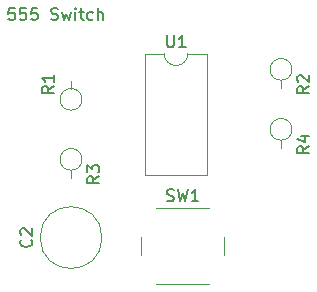
<source format=gto>
%TF.GenerationSoftware,KiCad,Pcbnew,7.0.10*%
%TF.CreationDate,2024-01-13T00:40:46-05:00*%
%TF.ProjectId,555_toggle-switch,3535355f-746f-4676-976c-652d73776974,rev?*%
%TF.SameCoordinates,Original*%
%TF.FileFunction,Legend,Top*%
%TF.FilePolarity,Positive*%
%FSLAX46Y46*%
G04 Gerber Fmt 4.6, Leading zero omitted, Abs format (unit mm)*
G04 Created by KiCad (PCBNEW 7.0.10) date 2024-01-13 00:40:46*
%MOMM*%
%LPD*%
G01*
G04 APERTURE LIST*
%ADD10C,0.150000*%
%ADD11C,0.120000*%
G04 APERTURE END LIST*
D10*
X112064969Y-88785819D02*
X111588779Y-88785819D01*
X111588779Y-88785819D02*
X111541160Y-89262009D01*
X111541160Y-89262009D02*
X111588779Y-89214390D01*
X111588779Y-89214390D02*
X111684017Y-89166771D01*
X111684017Y-89166771D02*
X111922112Y-89166771D01*
X111922112Y-89166771D02*
X112017350Y-89214390D01*
X112017350Y-89214390D02*
X112064969Y-89262009D01*
X112064969Y-89262009D02*
X112112588Y-89357247D01*
X112112588Y-89357247D02*
X112112588Y-89595342D01*
X112112588Y-89595342D02*
X112064969Y-89690580D01*
X112064969Y-89690580D02*
X112017350Y-89738200D01*
X112017350Y-89738200D02*
X111922112Y-89785819D01*
X111922112Y-89785819D02*
X111684017Y-89785819D01*
X111684017Y-89785819D02*
X111588779Y-89738200D01*
X111588779Y-89738200D02*
X111541160Y-89690580D01*
X113017350Y-88785819D02*
X112541160Y-88785819D01*
X112541160Y-88785819D02*
X112493541Y-89262009D01*
X112493541Y-89262009D02*
X112541160Y-89214390D01*
X112541160Y-89214390D02*
X112636398Y-89166771D01*
X112636398Y-89166771D02*
X112874493Y-89166771D01*
X112874493Y-89166771D02*
X112969731Y-89214390D01*
X112969731Y-89214390D02*
X113017350Y-89262009D01*
X113017350Y-89262009D02*
X113064969Y-89357247D01*
X113064969Y-89357247D02*
X113064969Y-89595342D01*
X113064969Y-89595342D02*
X113017350Y-89690580D01*
X113017350Y-89690580D02*
X112969731Y-89738200D01*
X112969731Y-89738200D02*
X112874493Y-89785819D01*
X112874493Y-89785819D02*
X112636398Y-89785819D01*
X112636398Y-89785819D02*
X112541160Y-89738200D01*
X112541160Y-89738200D02*
X112493541Y-89690580D01*
X113969731Y-88785819D02*
X113493541Y-88785819D01*
X113493541Y-88785819D02*
X113445922Y-89262009D01*
X113445922Y-89262009D02*
X113493541Y-89214390D01*
X113493541Y-89214390D02*
X113588779Y-89166771D01*
X113588779Y-89166771D02*
X113826874Y-89166771D01*
X113826874Y-89166771D02*
X113922112Y-89214390D01*
X113922112Y-89214390D02*
X113969731Y-89262009D01*
X113969731Y-89262009D02*
X114017350Y-89357247D01*
X114017350Y-89357247D02*
X114017350Y-89595342D01*
X114017350Y-89595342D02*
X113969731Y-89690580D01*
X113969731Y-89690580D02*
X113922112Y-89738200D01*
X113922112Y-89738200D02*
X113826874Y-89785819D01*
X113826874Y-89785819D02*
X113588779Y-89785819D01*
X113588779Y-89785819D02*
X113493541Y-89738200D01*
X113493541Y-89738200D02*
X113445922Y-89690580D01*
X115160208Y-89738200D02*
X115303065Y-89785819D01*
X115303065Y-89785819D02*
X115541160Y-89785819D01*
X115541160Y-89785819D02*
X115636398Y-89738200D01*
X115636398Y-89738200D02*
X115684017Y-89690580D01*
X115684017Y-89690580D02*
X115731636Y-89595342D01*
X115731636Y-89595342D02*
X115731636Y-89500104D01*
X115731636Y-89500104D02*
X115684017Y-89404866D01*
X115684017Y-89404866D02*
X115636398Y-89357247D01*
X115636398Y-89357247D02*
X115541160Y-89309628D01*
X115541160Y-89309628D02*
X115350684Y-89262009D01*
X115350684Y-89262009D02*
X115255446Y-89214390D01*
X115255446Y-89214390D02*
X115207827Y-89166771D01*
X115207827Y-89166771D02*
X115160208Y-89071533D01*
X115160208Y-89071533D02*
X115160208Y-88976295D01*
X115160208Y-88976295D02*
X115207827Y-88881057D01*
X115207827Y-88881057D02*
X115255446Y-88833438D01*
X115255446Y-88833438D02*
X115350684Y-88785819D01*
X115350684Y-88785819D02*
X115588779Y-88785819D01*
X115588779Y-88785819D02*
X115731636Y-88833438D01*
X116064970Y-89119152D02*
X116255446Y-89785819D01*
X116255446Y-89785819D02*
X116445922Y-89309628D01*
X116445922Y-89309628D02*
X116636398Y-89785819D01*
X116636398Y-89785819D02*
X116826874Y-89119152D01*
X117207827Y-89785819D02*
X117207827Y-89119152D01*
X117207827Y-88785819D02*
X117160208Y-88833438D01*
X117160208Y-88833438D02*
X117207827Y-88881057D01*
X117207827Y-88881057D02*
X117255446Y-88833438D01*
X117255446Y-88833438D02*
X117207827Y-88785819D01*
X117207827Y-88785819D02*
X117207827Y-88881057D01*
X117541160Y-89119152D02*
X117922112Y-89119152D01*
X117684017Y-88785819D02*
X117684017Y-89642961D01*
X117684017Y-89642961D02*
X117731636Y-89738200D01*
X117731636Y-89738200D02*
X117826874Y-89785819D01*
X117826874Y-89785819D02*
X117922112Y-89785819D01*
X118684017Y-89738200D02*
X118588779Y-89785819D01*
X118588779Y-89785819D02*
X118398303Y-89785819D01*
X118398303Y-89785819D02*
X118303065Y-89738200D01*
X118303065Y-89738200D02*
X118255446Y-89690580D01*
X118255446Y-89690580D02*
X118207827Y-89595342D01*
X118207827Y-89595342D02*
X118207827Y-89309628D01*
X118207827Y-89309628D02*
X118255446Y-89214390D01*
X118255446Y-89214390D02*
X118303065Y-89166771D01*
X118303065Y-89166771D02*
X118398303Y-89119152D01*
X118398303Y-89119152D02*
X118588779Y-89119152D01*
X118588779Y-89119152D02*
X118684017Y-89166771D01*
X119112589Y-89785819D02*
X119112589Y-88785819D01*
X119541160Y-89785819D02*
X119541160Y-89262009D01*
X119541160Y-89262009D02*
X119493541Y-89166771D01*
X119493541Y-89166771D02*
X119398303Y-89119152D01*
X119398303Y-89119152D02*
X119255446Y-89119152D01*
X119255446Y-89119152D02*
X119160208Y-89166771D01*
X119160208Y-89166771D02*
X119112589Y-89214390D01*
X124968095Y-91104819D02*
X124968095Y-91914342D01*
X124968095Y-91914342D02*
X125015714Y-92009580D01*
X125015714Y-92009580D02*
X125063333Y-92057200D01*
X125063333Y-92057200D02*
X125158571Y-92104819D01*
X125158571Y-92104819D02*
X125349047Y-92104819D01*
X125349047Y-92104819D02*
X125444285Y-92057200D01*
X125444285Y-92057200D02*
X125491904Y-92009580D01*
X125491904Y-92009580D02*
X125539523Y-91914342D01*
X125539523Y-91914342D02*
X125539523Y-91104819D01*
X126539523Y-92104819D02*
X125968095Y-92104819D01*
X126253809Y-92104819D02*
X126253809Y-91104819D01*
X126253809Y-91104819D02*
X126158571Y-91247676D01*
X126158571Y-91247676D02*
X126063333Y-91342914D01*
X126063333Y-91342914D02*
X125968095Y-91390533D01*
X136994819Y-100496666D02*
X136518628Y-100829999D01*
X136994819Y-101068094D02*
X135994819Y-101068094D01*
X135994819Y-101068094D02*
X135994819Y-100687142D01*
X135994819Y-100687142D02*
X136042438Y-100591904D01*
X136042438Y-100591904D02*
X136090057Y-100544285D01*
X136090057Y-100544285D02*
X136185295Y-100496666D01*
X136185295Y-100496666D02*
X136328152Y-100496666D01*
X136328152Y-100496666D02*
X136423390Y-100544285D01*
X136423390Y-100544285D02*
X136471009Y-100591904D01*
X136471009Y-100591904D02*
X136518628Y-100687142D01*
X136518628Y-100687142D02*
X136518628Y-101068094D01*
X136328152Y-99639523D02*
X136994819Y-99639523D01*
X135947200Y-99877618D02*
X136661485Y-100115713D01*
X136661485Y-100115713D02*
X136661485Y-99496666D01*
X115374819Y-95416666D02*
X114898628Y-95749999D01*
X115374819Y-95988094D02*
X114374819Y-95988094D01*
X114374819Y-95988094D02*
X114374819Y-95607142D01*
X114374819Y-95607142D02*
X114422438Y-95511904D01*
X114422438Y-95511904D02*
X114470057Y-95464285D01*
X114470057Y-95464285D02*
X114565295Y-95416666D01*
X114565295Y-95416666D02*
X114708152Y-95416666D01*
X114708152Y-95416666D02*
X114803390Y-95464285D01*
X114803390Y-95464285D02*
X114851009Y-95511904D01*
X114851009Y-95511904D02*
X114898628Y-95607142D01*
X114898628Y-95607142D02*
X114898628Y-95988094D01*
X115374819Y-94464285D02*
X115374819Y-95035713D01*
X115374819Y-94749999D02*
X114374819Y-94749999D01*
X114374819Y-94749999D02*
X114517676Y-94845237D01*
X114517676Y-94845237D02*
X114612914Y-94940475D01*
X114612914Y-94940475D02*
X114660533Y-95035713D01*
X113449580Y-108386666D02*
X113497200Y-108434285D01*
X113497200Y-108434285D02*
X113544819Y-108577142D01*
X113544819Y-108577142D02*
X113544819Y-108672380D01*
X113544819Y-108672380D02*
X113497200Y-108815237D01*
X113497200Y-108815237D02*
X113401961Y-108910475D01*
X113401961Y-108910475D02*
X113306723Y-108958094D01*
X113306723Y-108958094D02*
X113116247Y-109005713D01*
X113116247Y-109005713D02*
X112973390Y-109005713D01*
X112973390Y-109005713D02*
X112782914Y-108958094D01*
X112782914Y-108958094D02*
X112687676Y-108910475D01*
X112687676Y-108910475D02*
X112592438Y-108815237D01*
X112592438Y-108815237D02*
X112544819Y-108672380D01*
X112544819Y-108672380D02*
X112544819Y-108577142D01*
X112544819Y-108577142D02*
X112592438Y-108434285D01*
X112592438Y-108434285D02*
X112640057Y-108386666D01*
X112640057Y-108005713D02*
X112592438Y-107958094D01*
X112592438Y-107958094D02*
X112544819Y-107862856D01*
X112544819Y-107862856D02*
X112544819Y-107624761D01*
X112544819Y-107624761D02*
X112592438Y-107529523D01*
X112592438Y-107529523D02*
X112640057Y-107481904D01*
X112640057Y-107481904D02*
X112735295Y-107434285D01*
X112735295Y-107434285D02*
X112830533Y-107434285D01*
X112830533Y-107434285D02*
X112973390Y-107481904D01*
X112973390Y-107481904D02*
X113544819Y-108053332D01*
X113544819Y-108053332D02*
X113544819Y-107434285D01*
X136994819Y-95416666D02*
X136518628Y-95749999D01*
X136994819Y-95988094D02*
X135994819Y-95988094D01*
X135994819Y-95988094D02*
X135994819Y-95607142D01*
X135994819Y-95607142D02*
X136042438Y-95511904D01*
X136042438Y-95511904D02*
X136090057Y-95464285D01*
X136090057Y-95464285D02*
X136185295Y-95416666D01*
X136185295Y-95416666D02*
X136328152Y-95416666D01*
X136328152Y-95416666D02*
X136423390Y-95464285D01*
X136423390Y-95464285D02*
X136471009Y-95511904D01*
X136471009Y-95511904D02*
X136518628Y-95607142D01*
X136518628Y-95607142D02*
X136518628Y-95988094D01*
X136090057Y-95035713D02*
X136042438Y-94988094D01*
X136042438Y-94988094D02*
X135994819Y-94892856D01*
X135994819Y-94892856D02*
X135994819Y-94654761D01*
X135994819Y-94654761D02*
X136042438Y-94559523D01*
X136042438Y-94559523D02*
X136090057Y-94511904D01*
X136090057Y-94511904D02*
X136185295Y-94464285D01*
X136185295Y-94464285D02*
X136280533Y-94464285D01*
X136280533Y-94464285D02*
X136423390Y-94511904D01*
X136423390Y-94511904D02*
X136994819Y-95083332D01*
X136994819Y-95083332D02*
X136994819Y-94464285D01*
X119214819Y-103036666D02*
X118738628Y-103369999D01*
X119214819Y-103608094D02*
X118214819Y-103608094D01*
X118214819Y-103608094D02*
X118214819Y-103227142D01*
X118214819Y-103227142D02*
X118262438Y-103131904D01*
X118262438Y-103131904D02*
X118310057Y-103084285D01*
X118310057Y-103084285D02*
X118405295Y-103036666D01*
X118405295Y-103036666D02*
X118548152Y-103036666D01*
X118548152Y-103036666D02*
X118643390Y-103084285D01*
X118643390Y-103084285D02*
X118691009Y-103131904D01*
X118691009Y-103131904D02*
X118738628Y-103227142D01*
X118738628Y-103227142D02*
X118738628Y-103608094D01*
X118214819Y-102703332D02*
X118214819Y-102084285D01*
X118214819Y-102084285D02*
X118595771Y-102417618D01*
X118595771Y-102417618D02*
X118595771Y-102274761D01*
X118595771Y-102274761D02*
X118643390Y-102179523D01*
X118643390Y-102179523D02*
X118691009Y-102131904D01*
X118691009Y-102131904D02*
X118786247Y-102084285D01*
X118786247Y-102084285D02*
X119024342Y-102084285D01*
X119024342Y-102084285D02*
X119119580Y-102131904D01*
X119119580Y-102131904D02*
X119167200Y-102179523D01*
X119167200Y-102179523D02*
X119214819Y-102274761D01*
X119214819Y-102274761D02*
X119214819Y-102560475D01*
X119214819Y-102560475D02*
X119167200Y-102655713D01*
X119167200Y-102655713D02*
X119119580Y-102703332D01*
X124956667Y-105087200D02*
X125099524Y-105134819D01*
X125099524Y-105134819D02*
X125337619Y-105134819D01*
X125337619Y-105134819D02*
X125432857Y-105087200D01*
X125432857Y-105087200D02*
X125480476Y-105039580D01*
X125480476Y-105039580D02*
X125528095Y-104944342D01*
X125528095Y-104944342D02*
X125528095Y-104849104D01*
X125528095Y-104849104D02*
X125480476Y-104753866D01*
X125480476Y-104753866D02*
X125432857Y-104706247D01*
X125432857Y-104706247D02*
X125337619Y-104658628D01*
X125337619Y-104658628D02*
X125147143Y-104611009D01*
X125147143Y-104611009D02*
X125051905Y-104563390D01*
X125051905Y-104563390D02*
X125004286Y-104515771D01*
X125004286Y-104515771D02*
X124956667Y-104420533D01*
X124956667Y-104420533D02*
X124956667Y-104325295D01*
X124956667Y-104325295D02*
X125004286Y-104230057D01*
X125004286Y-104230057D02*
X125051905Y-104182438D01*
X125051905Y-104182438D02*
X125147143Y-104134819D01*
X125147143Y-104134819D02*
X125385238Y-104134819D01*
X125385238Y-104134819D02*
X125528095Y-104182438D01*
X125861429Y-104134819D02*
X126099524Y-105134819D01*
X126099524Y-105134819D02*
X126290000Y-104420533D01*
X126290000Y-104420533D02*
X126480476Y-105134819D01*
X126480476Y-105134819D02*
X126718572Y-104134819D01*
X127623333Y-105134819D02*
X127051905Y-105134819D01*
X127337619Y-105134819D02*
X127337619Y-104134819D01*
X127337619Y-104134819D02*
X127242381Y-104277676D01*
X127242381Y-104277676D02*
X127147143Y-104372914D01*
X127147143Y-104372914D02*
X127051905Y-104420533D01*
D11*
%TO.C,U1*%
X123080000Y-92650000D02*
X123080000Y-102930000D01*
X123080000Y-102930000D02*
X128380000Y-102930000D01*
X124730000Y-92650000D02*
X123080000Y-92650000D01*
X128380000Y-92650000D02*
X126730000Y-92650000D01*
X128380000Y-102930000D02*
X128380000Y-92650000D01*
X124730000Y-92650000D02*
G75*
G03*
X126730000Y-92650000I1000000J0D01*
G01*
%TO.C,R4*%
X134620000Y-99980000D02*
X134620000Y-100600000D01*
X135540000Y-99060000D02*
G75*
G03*
X133700000Y-99060000I-920000J0D01*
G01*
X133700000Y-99060000D02*
G75*
G03*
X135540000Y-99060000I920000J0D01*
G01*
%TO.C,R1*%
X116840000Y-95600000D02*
X116840000Y-94980000D01*
X117760000Y-96520000D02*
G75*
G03*
X115920000Y-96520000I-920000J0D01*
G01*
X115920000Y-96520000D02*
G75*
G03*
X117760000Y-96520000I920000J0D01*
G01*
%TO.C,C2*%
X119460000Y-108220000D02*
G75*
G03*
X114220000Y-108220000I-2620000J0D01*
G01*
X114220000Y-108220000D02*
G75*
G03*
X119460000Y-108220000I2620000J0D01*
G01*
%TO.C,R2*%
X134620000Y-94900000D02*
X134620000Y-95520000D01*
X135540000Y-93980000D02*
G75*
G03*
X133700000Y-93980000I-920000J0D01*
G01*
X133700000Y-93980000D02*
G75*
G03*
X135540000Y-93980000I920000J0D01*
G01*
%TO.C,R3*%
X116840000Y-102520000D02*
X116840000Y-103140000D01*
X117760000Y-101600000D02*
G75*
G03*
X115920000Y-101600000I-920000J0D01*
G01*
X115920000Y-101600000D02*
G75*
G03*
X117760000Y-101600000I920000J0D01*
G01*
%TO.C,SW1*%
X122790000Y-108180000D02*
X122790000Y-109680000D01*
X124040000Y-112180000D02*
X128540000Y-112180000D01*
X128540000Y-105680000D02*
X124040000Y-105680000D01*
X129790000Y-109680000D02*
X129790000Y-108180000D01*
%TD*%
M02*

</source>
